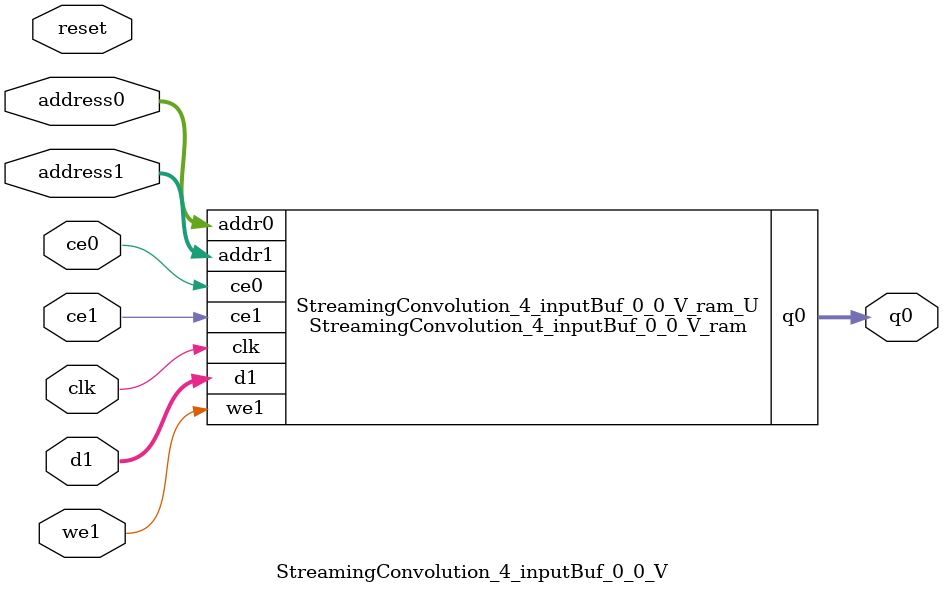
<source format=v>
`timescale 1 ns / 1 ps
module StreamingConvolution_4_inputBuf_0_0_V_ram (addr0, ce0, q0, addr1, ce1, d1, we1,  clk);

parameter DWIDTH = 128;
parameter AWIDTH = 3;
parameter MEM_SIZE = 5;

input[AWIDTH-1:0] addr0;
input ce0;
output reg[DWIDTH-1:0] q0;
input[AWIDTH-1:0] addr1;
input ce1;
input[DWIDTH-1:0] d1;
input we1;
input clk;

reg [DWIDTH-1:0] ram[0:MEM_SIZE-1];




always @(posedge clk)  
begin 
    if (ce0) 
    begin
        q0 <= ram[addr0];
    end
end


always @(posedge clk)  
begin 
    if (ce1) 
    begin
        if (we1) 
        begin 
            ram[addr1] <= d1; 
        end 
    end
end


endmodule

`timescale 1 ns / 1 ps
module StreamingConvolution_4_inputBuf_0_0_V(
    reset,
    clk,
    address0,
    ce0,
    q0,
    address1,
    ce1,
    we1,
    d1);

parameter DataWidth = 32'd128;
parameter AddressRange = 32'd5;
parameter AddressWidth = 32'd3;
input reset;
input clk;
input[AddressWidth - 1:0] address0;
input ce0;
output[DataWidth - 1:0] q0;
input[AddressWidth - 1:0] address1;
input ce1;
input we1;
input[DataWidth - 1:0] d1;



StreamingConvolution_4_inputBuf_0_0_V_ram StreamingConvolution_4_inputBuf_0_0_V_ram_U(
    .clk( clk ),
    .addr0( address0 ),
    .ce0( ce0 ),
    .q0( q0 ),
    .addr1( address1 ),
    .ce1( ce1 ),
    .we1( we1 ),
    .d1( d1 ));

endmodule


</source>
